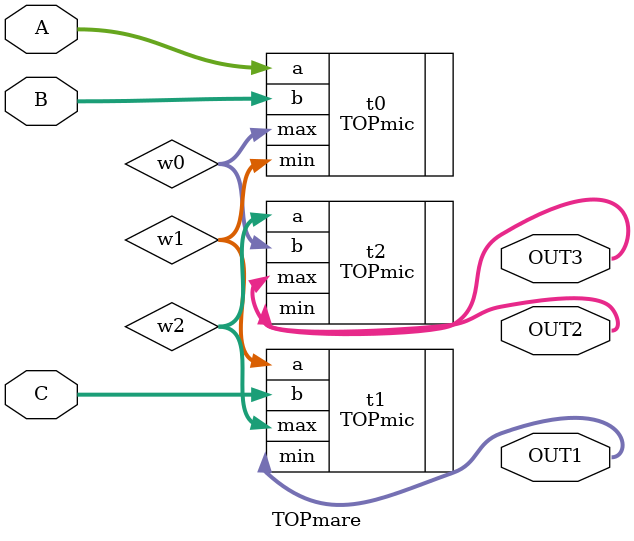
<source format=v>
`timescale 1ns / 1ps

module TOPmare(
        input [3:0] A,
        input [3:0] B,
        input [3:0] C,
        output [3:0] OUT1,
        output [3:0] OUT2,
        output [3:0] OUT3
    );

wire [3:0] w0, w1, w2;

TOPmic t0 (.a(A),
           .b(B),
           .min(w1),
           .max(w0));
           
TOPmic t1 (.a(w1),
           .b(C),
           .min(OUT1),
           .max(w2));

TOPmic t2 (.a(w2),
           .b(w0),
           .min(OUT2),
           .max(OUT3));
endmodule

</source>
